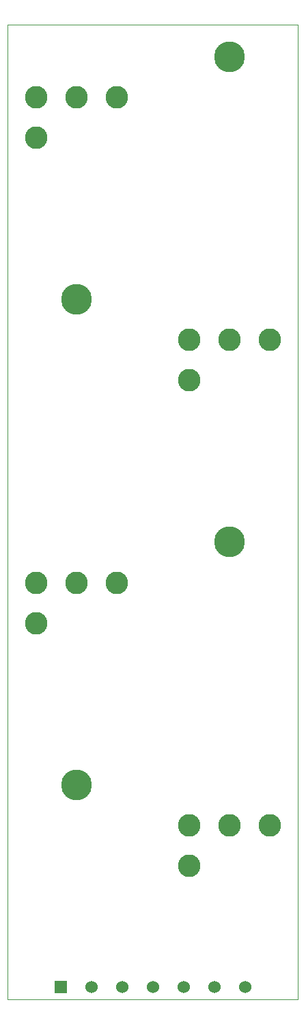
<source format=gts>
G04 (created by PCBNEW (2013-07-07 BZR 4022)-stable) date 10/26/2015 6:46:51 PM*
%MOIN*%
G04 Gerber Fmt 3.4, Leading zero omitted, Abs format*
%FSLAX34Y34*%
G01*
G70*
G90*
G04 APERTURE LIST*
%ADD10C,0.00590551*%
%ADD11C,0.00393701*%
%ADD12C,0.15*%
%ADD13C,0.110236*%
%ADD14R,0.06X0.06*%
%ADD15C,0.06*%
G04 APERTURE END LIST*
G54D10*
G54D11*
X74606Y-93110D02*
X74803Y-93110D01*
X74606Y-45669D02*
X74606Y-93110D01*
X74803Y-45669D02*
X74606Y-45669D01*
X74803Y-45669D02*
X88582Y-45669D01*
X88779Y-93110D02*
X88582Y-93110D01*
X88779Y-45669D02*
X88779Y-93110D01*
X88582Y-45669D02*
X88779Y-45669D01*
X74803Y-93110D02*
X88582Y-93110D01*
G54D12*
X85433Y-70866D03*
X77952Y-59055D03*
X77952Y-82677D03*
X85433Y-47244D03*
G54D13*
X77952Y-49212D03*
X79921Y-49212D03*
X75984Y-49212D03*
X75984Y-51181D03*
X77952Y-72834D03*
X79921Y-72834D03*
X75984Y-72834D03*
X75984Y-74803D03*
X85433Y-61023D03*
X87401Y-61023D03*
X83464Y-61023D03*
X83464Y-62992D03*
X85433Y-84645D03*
X87401Y-84645D03*
X83464Y-84645D03*
X83464Y-86614D03*
G54D14*
X77192Y-92519D03*
G54D15*
X78692Y-92519D03*
X80192Y-92519D03*
X81692Y-92519D03*
X83192Y-92519D03*
X84692Y-92519D03*
X86192Y-92519D03*
M02*

</source>
